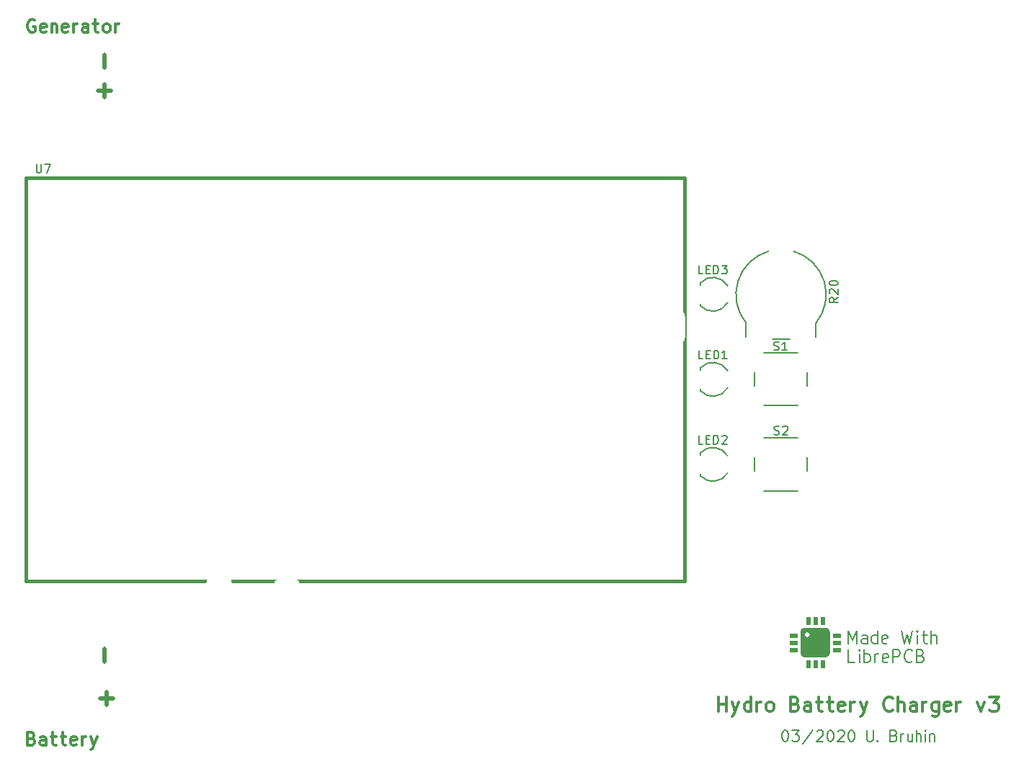
<source format=gto>
G04 --- HEADER BEGIN --- *
%TF.GenerationSoftware,LibrePCB,LibrePCB,0.1.3*%
%TF.CreationDate,2020-03-08T21:05:15*%
%TF.ProjectId,Hydro Battery Charger - default,71762d7e-e7f1-403c-8020-db9670c01e9b,v3*%
%TF.Part,Single*%
%FSLAX66Y66*%
%MOMM*%
G01*
G74*
G04 --- HEADER END --- *
G04 --- APERTURE LIST BEGIN --- *
%ADD10C,0.2*%
%ADD11C,0.0*%
%ADD12C,0.4*%
%ADD13C,0.5*%
%ADD14C,0.3*%
%ADD15C,1.7*%
%ADD16C,2.0*%
%ADD17R,2.39X1.787*%
%ADD18C,2.5*%
%ADD19O,3.2X2.0*%
%ADD20O,3.2X1.7*%
%ADD21O,4.2X3.0*%
%ADD22O,4.2X2.74*%
%ADD23C,4.2*%
%ADD24R,2.0X2.0*%
%ADD25R,1.787X2.39*%
%ADD26O,2.232X4.264*%
%ADD27O,2.0X2.7*%
%ADD28R,2.0X2.7*%
%ADD29O,2.0X3.0*%
%ADD30O,3.0X4.2*%
%ADD31O,2.74X1.7*%
%ADD32O,2.0X3.2*%
%ADD33O,1.7X3.2*%
G04 --- APERTURE LIST END --- *
G04 --- BOARD BEGIN --- *
D10*
X80030000Y51100000D02*
X80030000Y51360000D01*
G75*
G02*
X83220000Y51000000I1461807J-1360238D01*
G01*
X80030000Y48900000D02*
X80030000Y48640000D01*
G03*
X83220000Y49000000I1461807J1360238D01*
G01*
X91500000Y36900000D02*
X87500000Y36900000D01*
X86400000Y39200000D02*
X86400000Y40800000D01*
X92600000Y40800000D02*
X92600000Y39200000D01*
X87500000Y43100000D02*
X91500000Y43100000D01*
D11*
X95619750Y18415000D02*
X96466750Y18415000D01*
X96466750Y17992000D01*
X95619750Y17992000D01*
X95619750Y18415000D01*
G36*
X95619750Y18415000D02*
X96466750Y18415000D01*
X96466750Y17992000D01*
X95619750Y17992000D01*
X95619750Y18415000D01*
G37*
X93292750Y21166000D02*
X93714750Y21166000D01*
X93714750Y22013000D01*
X93292750Y22013000D01*
X93292750Y21166000D01*
G36*
X93292750Y21166000D02*
X93714750Y21166000D01*
X93714750Y22013000D01*
X93292750Y22013000D01*
X93292750Y21166000D01*
G37*
X92445750Y21166000D02*
X92868750Y21166000D01*
X92868750Y22013000D01*
X92445750Y22013000D01*
X92445750Y21166000D01*
G36*
X92445750Y21166000D02*
X92868750Y21166000D01*
X92868750Y22013000D01*
X92445750Y22013000D01*
X92445750Y21166000D01*
G37*
X91387750Y20108000D02*
X90540750Y20108000D01*
X90540750Y19685000D01*
X91387750Y19685000D01*
X91387750Y20108000D01*
G36*
X91387750Y20108000D02*
X90540750Y20108000D01*
X90540750Y19685000D01*
X91387750Y19685000D01*
X91387750Y20108000D01*
G37*
X93292750Y16934000D02*
X93714750Y16934000D01*
X93714750Y16087000D01*
X93292750Y16087000D01*
X93292750Y16934000D01*
G36*
X93292750Y16934000D02*
X93714750Y16934000D01*
X93714750Y16087000D01*
X93292750Y16087000D01*
X93292750Y16934000D01*
G37*
X92233750Y20743000D02*
X94773750Y20743000D01*
G02*
X95196750Y20320000I0J-423000D01*
G01*
X95196750Y17780000D01*
G02*
X94773750Y17357000I-423000J0D01*
G01*
X92233750Y17357000D01*
G02*
X91810750Y17780000I0J423000D01*
G01*
X91810750Y19980000D01*
X92240750Y19980000D01*
G03*
X92573750Y19646600I333200J-200D01*
G01*
G03*
X92907150Y19980000I0J333400D01*
G01*
G03*
X92573750Y20313000I-333200J-200D01*
G01*
G03*
X92240750Y19980000I0J-333000D01*
G01*
X91810750Y19980000D01*
X91810750Y20320000D01*
G02*
X92233750Y20743000I423000J0D01*
G01*
G36*
X92233750Y20743000D02*
X94773750Y20743000D01*
G02*
X95196750Y20320000I0J-423000D01*
G01*
X95196750Y17780000D01*
G02*
X94773750Y17357000I-423000J0D01*
G01*
X92233750Y17357000D01*
G02*
X91810750Y17780000I0J423000D01*
G01*
X91810750Y19980000D01*
X92240750Y19980000D01*
G03*
X92573750Y19646600I333200J-200D01*
G01*
G03*
X92907150Y19980000I0J333400D01*
G01*
G03*
X92573750Y20313000I-333200J-200D01*
G01*
G03*
X92240750Y19980000I0J-333000D01*
G01*
X91810750Y19980000D01*
X91810750Y20320000D01*
G02*
X92233750Y20743000I423000J0D01*
G01*
G37*
X95619750Y20108000D02*
X96466750Y20108000D01*
X96466750Y19685000D01*
X95619750Y19685000D01*
X95619750Y20108000D01*
G36*
X95619750Y20108000D02*
X96466750Y20108000D01*
X96466750Y19685000D01*
X95619750Y19685000D01*
X95619750Y20108000D01*
G37*
X94138750Y21166000D02*
X94561750Y21166000D01*
X94561750Y22013000D01*
X94138750Y22013000D01*
X94138750Y21166000D01*
G36*
X94138750Y21166000D02*
X94561750Y21166000D01*
X94561750Y22013000D01*
X94138750Y22013000D01*
X94138750Y21166000D01*
G37*
X91387750Y19261000D02*
X90540750Y19261000D01*
X90540750Y18839000D01*
X91387750Y18839000D01*
X91387750Y19261000D01*
G36*
X91387750Y19261000D02*
X90540750Y19261000D01*
X90540750Y18839000D01*
X91387750Y18839000D01*
X91387750Y19261000D01*
G37*
X92445750Y16934000D02*
X92868750Y16934000D01*
X92868750Y16087000D01*
X92445750Y16087000D01*
X92445750Y16934000D01*
G36*
X92445750Y16934000D02*
X92868750Y16934000D01*
X92868750Y16087000D01*
X92445750Y16087000D01*
X92445750Y16934000D01*
G37*
X91387750Y18415000D02*
X90540750Y18415000D01*
X90540750Y17992000D01*
X91387750Y17992000D01*
X91387750Y18415000D01*
G36*
X91387750Y18415000D02*
X90540750Y18415000D01*
X90540750Y17992000D01*
X91387750Y17992000D01*
X91387750Y18415000D01*
G37*
X94138750Y16934000D02*
X94561750Y16934000D01*
X94561750Y16087000D01*
X94138750Y16087000D01*
X94138750Y16934000D01*
G36*
X94138750Y16934000D02*
X94561750Y16934000D01*
X94561750Y16087000D01*
X94138750Y16087000D01*
X94138750Y16934000D01*
G37*
X95619750Y19261000D02*
X96466750Y19261000D01*
X96466750Y18839000D01*
X95619750Y18839000D01*
X95619750Y19261000D01*
G36*
X95619750Y19261000D02*
X96466750Y19261000D01*
X96466750Y18839000D01*
X95619750Y18839000D01*
X95619750Y19261000D01*
G37*
D10*
X97416250Y18948750D02*
X97416250Y20448750D01*
X97916250Y19377083D01*
X98416250Y20448750D01*
X98416250Y18948750D01*
X99631250Y18948750D02*
X99631250Y19733750D01*
X99559583Y19877083D01*
X99416250Y19948750D01*
X99131250Y19948750D01*
X98987917Y19877083D01*
X99631250Y19020417D02*
X99487917Y18948750D01*
X99131250Y18948750D01*
X98987917Y19020417D01*
X98916250Y19163750D01*
X98916250Y19305417D01*
X98987917Y19448750D01*
X99131250Y19520417D01*
X99487917Y19520417D01*
X99631250Y19592083D01*
X100846250Y18948750D02*
X100846250Y20448750D01*
X100846250Y19020417D02*
X100702917Y18948750D01*
X100416250Y18948750D01*
X100274583Y19020417D01*
X100202917Y19092083D01*
X100131250Y19233750D01*
X100131250Y19663750D01*
X100202917Y19805417D01*
X100274583Y19877083D01*
X100416250Y19948750D01*
X100702917Y19948750D01*
X100846250Y19877083D01*
X101989583Y19020417D02*
X101846250Y18948750D01*
X101561250Y18948750D01*
X101417917Y19020417D01*
X101346250Y19163750D01*
X101346250Y19733750D01*
X101417917Y19877083D01*
X101561250Y19948750D01*
X101846250Y19948750D01*
X101989583Y19877083D01*
X102061250Y19733750D01*
X102061250Y19592083D01*
X101346250Y19448750D01*
X103661249Y20448750D02*
X104017916Y18948750D01*
X104304582Y20020417D01*
X104589582Y18948750D01*
X104946249Y20448750D01*
X105517916Y18948750D02*
X105517916Y19948750D01*
X105517916Y20448750D02*
X105446249Y20377083D01*
X105517916Y20305417D01*
X105589582Y20377083D01*
X105517916Y20448750D01*
X105517916Y20305417D01*
X106089582Y19948750D02*
X106661249Y19948750D01*
X106304582Y20448750D02*
X106304582Y19163750D01*
X106374582Y19020417D01*
X106517915Y18948750D01*
X106661249Y18948750D01*
X107161249Y18948750D02*
X107161249Y20448750D01*
X107804582Y18948750D02*
X107804582Y19733750D01*
X107732916Y19877083D01*
X107589582Y19948750D01*
X107376249Y19948750D01*
X107232916Y19877083D01*
X107161249Y19805417D01*
X98131250Y16698750D02*
X97416250Y16698750D01*
X97416250Y18198750D01*
X98702917Y16698750D02*
X98702917Y17698750D01*
X98702917Y18198750D02*
X98631250Y18127083D01*
X98702917Y18055417D01*
X98774583Y18127083D01*
X98702917Y18198750D01*
X98702917Y18055417D01*
X99274583Y16698750D02*
X99274583Y18198750D01*
X99274583Y17627083D02*
X99417916Y17698750D01*
X99702916Y17698750D01*
X99846250Y17627083D01*
X99917916Y17555417D01*
X99989583Y17413750D01*
X99989583Y16983750D01*
X99917916Y16842083D01*
X99846250Y16770417D01*
X99702916Y16698750D01*
X99417916Y16698750D01*
X99274583Y16770417D01*
X100489583Y16698750D02*
X100489583Y17698750D01*
X100489583Y17413750D02*
X100561250Y17555417D01*
X100632916Y17627083D01*
X100774583Y17698750D01*
X100917916Y17698750D01*
X102061249Y16770417D02*
X101917916Y16698750D01*
X101632916Y16698750D01*
X101489583Y16770417D01*
X101417916Y16913750D01*
X101417916Y17483750D01*
X101489583Y17627083D01*
X101632916Y17698750D01*
X101917916Y17698750D01*
X102061249Y17627083D01*
X102132916Y17483750D01*
X102132916Y17342083D01*
X101417916Y17198750D01*
X102632916Y16698750D02*
X102632916Y18198750D01*
X103204583Y18198750D01*
X103347916Y18127083D01*
X103417916Y18055417D01*
X103489583Y17913750D01*
X103489583Y17698750D01*
X103417916Y17555417D01*
X103347916Y17483750D01*
X103204583Y17413750D01*
X102632916Y17413750D01*
X104917916Y16842083D02*
X104846250Y16770417D01*
X104632916Y16698750D01*
X104489583Y16698750D01*
X104274583Y16770417D01*
X104132916Y16913750D01*
X104061250Y17055417D01*
X103989583Y17342083D01*
X103989583Y17555417D01*
X104061250Y17842083D01*
X104132916Y17983750D01*
X104274583Y18127083D01*
X104489583Y18198750D01*
X104632916Y18198750D01*
X104846250Y18127083D01*
X104917916Y18055417D01*
X105917916Y17483750D02*
X106132916Y17413750D01*
X106202916Y17342083D01*
X106274583Y17198750D01*
X106274583Y16983750D01*
X106202916Y16842083D01*
X106132916Y16770417D01*
X105989583Y16698750D01*
X105417916Y16698750D01*
X105417916Y18198750D01*
X105917916Y18198750D01*
X106061249Y18127083D01*
X106132916Y18055417D01*
X106202916Y17913750D01*
X106202916Y17770417D01*
X106132916Y17627083D01*
X106061249Y17555417D01*
X105917916Y17483750D01*
X105417916Y17483750D01*
X90500000Y54750000D02*
X88500000Y54750000D01*
X93600000Y55000000D02*
X93600000Y56620000D01*
G03*
X91000000Y65050000I-4089848J3354549D01*
G01*
X85400000Y55000000D02*
X85400000Y56620000D01*
G02*
X88000000Y65050000I4089848J3354549D01*
G01*
X80030000Y61100000D02*
X80030000Y61360000D01*
G02*
X83220000Y61000000I1461807J-1360238D01*
G01*
X80030000Y58900000D02*
X80030000Y58640000D01*
G03*
X83220000Y59000000I1461807J1360238D01*
G01*
D12*
X800000Y26300000D02*
X800000Y73700000D01*
X78200000Y73700000D01*
X78200000Y26300000D01*
X800000Y26300000D01*
D10*
X80030000Y41100000D02*
X80030000Y41360000D01*
G02*
X83220000Y41000000I1461807J-1360238D01*
G01*
X80030000Y38900000D02*
X80030000Y38640000D01*
G03*
X83220000Y39000000I1461807J1360238D01*
G01*
X87500000Y53100000D02*
X91500000Y53100000D01*
X92600000Y50800000D02*
X92600000Y49200000D01*
X86400000Y49200000D02*
X86400000Y50800000D01*
X91500000Y46900000D02*
X87500000Y46900000D01*
D13*
X9525000Y12509722D02*
X11049444Y12509722D01*
X10287222Y11747500D02*
X10287222Y13271944D01*
D14*
X1452500Y7770000D02*
X1667500Y7700000D01*
X1737500Y7628333D01*
X1809167Y7485000D01*
X1809167Y7270000D01*
X1737500Y7128333D01*
X1667500Y7056667D01*
X1524167Y6985000D01*
X952500Y6985000D01*
X952500Y8485000D01*
X1452500Y8485000D01*
X1595833Y8413333D01*
X1667500Y8341667D01*
X1737500Y8200000D01*
X1737500Y8056667D01*
X1667500Y7913333D01*
X1595833Y7841667D01*
X1452500Y7770000D01*
X952500Y7770000D01*
X3124167Y6985000D02*
X3124167Y7770000D01*
X3052500Y7913333D01*
X2909167Y7985000D01*
X2624167Y7985000D01*
X2480834Y7913333D01*
X3124167Y7056667D02*
X2980834Y6985000D01*
X2624167Y6985000D01*
X2480834Y7056667D01*
X2409167Y7200000D01*
X2409167Y7341667D01*
X2480834Y7485000D01*
X2624167Y7556667D01*
X2980834Y7556667D01*
X3124167Y7628333D01*
X3724167Y7985000D02*
X4295834Y7985000D01*
X3939167Y8485000D02*
X3939167Y7200000D01*
X4009167Y7056667D01*
X4152500Y6985000D01*
X4295834Y6985000D01*
X4895834Y7985000D02*
X5467501Y7985000D01*
X5110834Y8485000D02*
X5110834Y7200000D01*
X5180834Y7056667D01*
X5324167Y6985000D01*
X5467501Y6985000D01*
X6710834Y7056667D02*
X6567501Y6985000D01*
X6282501Y6985000D01*
X6139168Y7056667D01*
X6067501Y7200000D01*
X6067501Y7770000D01*
X6139168Y7913333D01*
X6282501Y7985000D01*
X6567501Y7985000D01*
X6710834Y7913333D01*
X6782501Y7770000D01*
X6782501Y7628333D01*
X6067501Y7485000D01*
X7382501Y6985000D02*
X7382501Y7985000D01*
X7382501Y7700000D02*
X7454168Y7841667D01*
X7525834Y7913333D01*
X7667501Y7985000D01*
X7810834Y7985000D01*
X8410834Y7985000D02*
X8767501Y6985000D01*
X9125834Y7985000D02*
X8767501Y6985000D01*
X8625834Y6628333D01*
X8554167Y6556667D01*
X8410834Y6485000D01*
X1809167Y92233333D02*
X1667500Y92305000D01*
X1452500Y92305000D01*
X1237500Y92233333D01*
X1095833Y92090000D01*
X1024167Y91948333D01*
X952500Y91661667D01*
X952500Y91448333D01*
X1024167Y91161667D01*
X1095833Y91020000D01*
X1237500Y90876667D01*
X1452500Y90805000D01*
X1595833Y90805000D01*
X1809167Y90876667D01*
X1880833Y90948333D01*
X1880833Y91448333D01*
X1595833Y91448333D01*
X3124166Y90876667D02*
X2980833Y90805000D01*
X2695833Y90805000D01*
X2552500Y90876667D01*
X2480833Y91020000D01*
X2480833Y91590000D01*
X2552500Y91733333D01*
X2695833Y91805000D01*
X2980833Y91805000D01*
X3124166Y91733333D01*
X3195833Y91590000D01*
X3195833Y91448333D01*
X2480833Y91305000D01*
X3795833Y91805000D02*
X3795833Y90805000D01*
X3795833Y91661667D02*
X3867500Y91733333D01*
X4010833Y91805000D01*
X4224166Y91805000D01*
X4367500Y91733333D01*
X4439166Y91590000D01*
X4439166Y90805000D01*
X5682499Y90876667D02*
X5539166Y90805000D01*
X5254166Y90805000D01*
X5110833Y90876667D01*
X5039166Y91020000D01*
X5039166Y91590000D01*
X5110833Y91733333D01*
X5254166Y91805000D01*
X5539166Y91805000D01*
X5682499Y91733333D01*
X5754166Y91590000D01*
X5754166Y91448333D01*
X5039166Y91305000D01*
X6354166Y90805000D02*
X6354166Y91805000D01*
X6354166Y91520000D02*
X6425833Y91661667D01*
X6497499Y91733333D01*
X6639166Y91805000D01*
X6782499Y91805000D01*
X8097499Y90805000D02*
X8097499Y91590000D01*
X8025832Y91733333D01*
X7882499Y91805000D01*
X7597499Y91805000D01*
X7454166Y91733333D01*
X8097499Y90876667D02*
X7954166Y90805000D01*
X7597499Y90805000D01*
X7454166Y90876667D01*
X7382499Y91020000D01*
X7382499Y91161667D01*
X7454166Y91305000D01*
X7597499Y91376667D01*
X7954166Y91376667D01*
X8097499Y91448333D01*
X8697499Y91805000D02*
X9269166Y91805000D01*
X8912499Y92305000D02*
X8912499Y91020000D01*
X8982499Y90876667D01*
X9125832Y90805000D01*
X9269166Y90805000D01*
X10154166Y90805000D02*
X10012499Y90876667D01*
X9940833Y90948333D01*
X9869166Y91090000D01*
X9869166Y91520000D01*
X9940833Y91661667D01*
X10012499Y91733333D01*
X10154166Y91805000D01*
X10369166Y91805000D01*
X10512499Y91733333D01*
X10584166Y91661667D01*
X10654166Y91520000D01*
X10654166Y91090000D01*
X10584166Y90948333D01*
X10512499Y90876667D01*
X10369166Y90805000D01*
X10154166Y90805000D01*
X11254166Y90805000D02*
X11254166Y91805000D01*
X11254166Y91520000D02*
X11325833Y91661667D01*
X11397499Y91733333D01*
X11539166Y91805000D01*
X11682499Y91805000D01*
D13*
X10032778Y16827500D02*
X10032778Y18351944D01*
D14*
X82106087Y10953750D02*
X82106087Y12653750D01*
X82106087Y11843417D02*
X83076976Y11843417D01*
X83076976Y10953750D02*
X83076976Y12653750D01*
X83716976Y12087083D02*
X84121198Y10953750D01*
X84527309Y12087083D02*
X84121198Y10953750D01*
X83960643Y10549528D01*
X83879420Y10468306D01*
X83716976Y10387083D01*
X85977642Y10953750D02*
X85977642Y12653750D01*
X85977642Y11034972D02*
X85815198Y10953750D01*
X85490309Y10953750D01*
X85329753Y11034972D01*
X85248531Y11116194D01*
X85167309Y11276750D01*
X85167309Y11764083D01*
X85248531Y11924639D01*
X85329753Y12005861D01*
X85490309Y12087083D01*
X85815198Y12087083D01*
X85977642Y12005861D01*
X86617642Y10953750D02*
X86617642Y12087083D01*
X86617642Y11764083D02*
X86698864Y11924639D01*
X86780086Y12005861D01*
X86940642Y12087083D01*
X87103086Y12087083D01*
X88066086Y10953750D02*
X87905530Y11034972D01*
X87824308Y11116194D01*
X87743086Y11276750D01*
X87743086Y11764083D01*
X87824308Y11924639D01*
X87905530Y12005861D01*
X88066086Y12087083D01*
X88309753Y12087083D01*
X88472197Y12005861D01*
X88553419Y11924639D01*
X88632753Y11764083D01*
X88632753Y11276750D01*
X88553419Y11116194D01*
X88472197Y11034972D01*
X88309753Y10953750D01*
X88066086Y10953750D01*
X91159419Y11843417D02*
X91403085Y11764083D01*
X91482419Y11682861D01*
X91563641Y11520417D01*
X91563641Y11276750D01*
X91482419Y11116194D01*
X91403085Y11034972D01*
X91240641Y10953750D01*
X90592752Y10953750D01*
X90592752Y12653750D01*
X91159419Y12653750D01*
X91321863Y12572528D01*
X91403085Y12491306D01*
X91482419Y12330750D01*
X91482419Y12168306D01*
X91403085Y12005861D01*
X91321863Y11924639D01*
X91159419Y11843417D01*
X90592752Y11843417D01*
X93013974Y10953750D02*
X93013974Y11843417D01*
X92932752Y12005861D01*
X92770308Y12087083D01*
X92447308Y12087083D01*
X92284863Y12005861D01*
X93013974Y11034972D02*
X92851530Y10953750D01*
X92447308Y10953750D01*
X92284863Y11034972D01*
X92203641Y11197417D01*
X92203641Y11357972D01*
X92284863Y11520417D01*
X92447308Y11601639D01*
X92851530Y11601639D01*
X93013974Y11682861D01*
X93653974Y12087083D02*
X94301863Y12087083D01*
X93897641Y12653750D02*
X93897641Y11197417D01*
X93976974Y11034972D01*
X94139418Y10953750D01*
X94301863Y10953750D01*
X94941863Y12087083D02*
X95589752Y12087083D01*
X95185530Y12653750D02*
X95185530Y11197417D01*
X95264863Y11034972D01*
X95427307Y10953750D01*
X95589752Y10953750D01*
X96958863Y11034972D02*
X96796419Y10953750D01*
X96473419Y10953750D01*
X96310974Y11034972D01*
X96229752Y11197417D01*
X96229752Y11843417D01*
X96310974Y12005861D01*
X96473419Y12087083D01*
X96796419Y12087083D01*
X96958863Y12005861D01*
X97040085Y11843417D01*
X97040085Y11682861D01*
X96229752Y11520417D01*
X97680085Y10953750D02*
X97680085Y12087083D01*
X97680085Y11764083D02*
X97761307Y11924639D01*
X97842529Y12005861D01*
X98003085Y12087083D01*
X98165529Y12087083D01*
X98805529Y12087083D02*
X99209751Y10953750D01*
X99615862Y12087083D02*
X99209751Y10953750D01*
X99049196Y10549528D01*
X98967973Y10468306D01*
X98805529Y10387083D01*
X102627972Y11116194D02*
X102546750Y11034972D01*
X102304972Y10953750D01*
X102142528Y10953750D01*
X101898861Y11034972D01*
X101738305Y11197417D01*
X101657083Y11357972D01*
X101575861Y11682861D01*
X101575861Y11924639D01*
X101657083Y12249528D01*
X101738305Y12410083D01*
X101898861Y12572528D01*
X102142528Y12653750D01*
X102304972Y12653750D01*
X102546750Y12572528D01*
X102627972Y12491306D01*
X103267972Y10953750D02*
X103267972Y12653750D01*
X103997083Y10953750D02*
X103997083Y11843417D01*
X103915861Y12005861D01*
X103753416Y12087083D01*
X103511639Y12087083D01*
X103349194Y12005861D01*
X103267972Y11924639D01*
X105447416Y10953750D02*
X105447416Y11843417D01*
X105366194Y12005861D01*
X105203750Y12087083D01*
X104880750Y12087083D01*
X104718305Y12005861D01*
X105447416Y11034972D02*
X105284972Y10953750D01*
X104880750Y10953750D01*
X104718305Y11034972D01*
X104637083Y11197417D01*
X104637083Y11357972D01*
X104718305Y11520417D01*
X104880750Y11601639D01*
X105284972Y11601639D01*
X105447416Y11682861D01*
X106087416Y10953750D02*
X106087416Y12087083D01*
X106087416Y11764083D02*
X106168638Y11924639D01*
X106249860Y12005861D01*
X106410416Y12087083D01*
X106572860Y12087083D01*
X108023193Y12087083D02*
X108023193Y10710083D01*
X107941971Y10549528D01*
X107860749Y10468306D01*
X107698304Y10387083D01*
X107456527Y10387083D01*
X107294082Y10468306D01*
X108023193Y11034972D02*
X107860749Y10953750D01*
X107535860Y10953750D01*
X107375304Y11034972D01*
X107294082Y11116194D01*
X107212860Y11276750D01*
X107212860Y11764083D01*
X107294082Y11924639D01*
X107375304Y12005861D01*
X107535860Y12087083D01*
X107860749Y12087083D01*
X108023193Y12005861D01*
X109392304Y11034972D02*
X109229860Y10953750D01*
X108906860Y10953750D01*
X108744415Y11034972D01*
X108663193Y11197417D01*
X108663193Y11843417D01*
X108744415Y12005861D01*
X108906860Y12087083D01*
X109229860Y12087083D01*
X109392304Y12005861D01*
X109473526Y11843417D01*
X109473526Y11682861D01*
X108663193Y11520417D01*
X110113526Y10953750D02*
X110113526Y12087083D01*
X110113526Y11764083D02*
X110194748Y11924639D01*
X110275970Y12005861D01*
X110436526Y12087083D01*
X110598970Y12087083D01*
X112558969Y12087083D02*
X112963191Y10953750D01*
X113369302Y12087083D01*
X114009302Y12653750D02*
X115061413Y12653750D01*
X114494746Y12005861D01*
X114738413Y12005861D01*
X114898969Y11924639D01*
X114980191Y11843417D01*
X115061413Y11682861D01*
X115061413Y11276750D01*
X114980191Y11116194D01*
X114898969Y11034972D01*
X114738413Y10953750D01*
X114252969Y10953750D01*
X114090524Y11034972D01*
X114009302Y11116194D01*
D13*
X9207500Y83947222D02*
X10731944Y83947222D01*
X9969722Y83185000D02*
X9969722Y84709444D01*
D10*
X89926918Y8731250D02*
X90051140Y8731250D01*
X90175363Y8669139D01*
X90237474Y8607028D01*
X90298140Y8484250D01*
X90360251Y8235806D01*
X90360251Y7926694D01*
X90298140Y7678250D01*
X90237474Y7555472D01*
X90175363Y7493361D01*
X90051140Y7431250D01*
X89926918Y7431250D01*
X89804140Y7493361D01*
X89742029Y7555472D01*
X89679918Y7678250D01*
X89617807Y7926694D01*
X89617807Y8235806D01*
X89679918Y8484250D01*
X89742029Y8607028D01*
X89804140Y8669139D01*
X89926918Y8731250D01*
X90820251Y8731250D02*
X91624807Y8731250D01*
X91191473Y8235806D01*
X91377807Y8235806D01*
X91500584Y8173694D01*
X91562695Y8111583D01*
X91624807Y7988806D01*
X91624807Y7678250D01*
X91562695Y7555472D01*
X91500584Y7493361D01*
X91377807Y7431250D01*
X91006584Y7431250D01*
X90882362Y7493361D01*
X90820251Y7555472D01*
X93198474Y8793361D02*
X92084807Y7122139D01*
X93720585Y8607028D02*
X93782696Y8669139D01*
X93905474Y8731250D01*
X94216030Y8731250D01*
X94338807Y8669139D01*
X94400918Y8607028D01*
X94463030Y8484250D01*
X94463030Y8360028D01*
X94400918Y8173694D01*
X93658474Y7431250D01*
X94463030Y7431250D01*
X95232141Y8731250D02*
X95356363Y8731250D01*
X95480586Y8669139D01*
X95542697Y8607028D01*
X95603363Y8484250D01*
X95665474Y8235806D01*
X95665474Y7926694D01*
X95603363Y7678250D01*
X95542697Y7555472D01*
X95480586Y7493361D01*
X95356363Y7431250D01*
X95232141Y7431250D01*
X95109363Y7493361D01*
X95047252Y7555472D01*
X94985141Y7678250D01*
X94923030Y7926694D01*
X94923030Y8235806D01*
X94985141Y8484250D01*
X95047252Y8607028D01*
X95109363Y8669139D01*
X95232141Y8731250D01*
X96187585Y8607028D02*
X96249696Y8669139D01*
X96372474Y8731250D01*
X96683030Y8731250D01*
X96805807Y8669139D01*
X96867918Y8607028D01*
X96930030Y8484250D01*
X96930030Y8360028D01*
X96867918Y8173694D01*
X96125474Y7431250D01*
X96930030Y7431250D01*
X97699141Y8731250D02*
X97823363Y8731250D01*
X97947586Y8669139D01*
X98009697Y8607028D01*
X98070363Y8484250D01*
X98132474Y8235806D01*
X98132474Y7926694D01*
X98070363Y7678250D01*
X98009697Y7555472D01*
X97947586Y7493361D01*
X97823363Y7431250D01*
X97699141Y7431250D01*
X97576363Y7493361D01*
X97514252Y7555472D01*
X97452141Y7678250D01*
X97390030Y7926694D01*
X97390030Y8235806D01*
X97452141Y8484250D01*
X97514252Y8607028D01*
X97576363Y8669139D01*
X97699141Y8731250D01*
X99572473Y8731250D02*
X99572473Y7678250D01*
X99634584Y7555472D01*
X99696695Y7493361D01*
X99819473Y7431250D01*
X100067917Y7431250D01*
X100192140Y7493361D01*
X100252806Y7555472D01*
X100314917Y7678250D01*
X100314917Y8731250D01*
X100837028Y7555472D02*
X100899139Y7493361D01*
X100837028Y7431250D01*
X100774917Y7493361D01*
X100837028Y7555472D01*
X100837028Y7431250D01*
X102772471Y8111583D02*
X102958805Y8050917D01*
X103019471Y7988806D01*
X103081582Y7864583D01*
X103081582Y7678250D01*
X103019471Y7555472D01*
X102958805Y7493361D01*
X102834582Y7431250D01*
X102339138Y7431250D01*
X102339138Y8731250D01*
X102772471Y8731250D01*
X102896694Y8669139D01*
X102958805Y8607028D01*
X103019471Y8484250D01*
X103019471Y8360028D01*
X102958805Y8235806D01*
X102896694Y8173694D01*
X102772471Y8111583D01*
X102339138Y8111583D01*
X103541582Y7431250D02*
X103541582Y8297917D01*
X103541582Y8050917D02*
X103603693Y8173694D01*
X103665804Y8235806D01*
X103788582Y8297917D01*
X103912804Y8297917D01*
X104930360Y8297917D02*
X104930360Y7431250D01*
X104372804Y8297917D02*
X104372804Y7617583D01*
X104434915Y7493361D01*
X104559137Y7431250D01*
X104744026Y7431250D01*
X104868248Y7493361D01*
X104930360Y7555472D01*
X105390360Y7431250D02*
X105390360Y8731250D01*
X105947916Y7431250D02*
X105947916Y8111583D01*
X105885804Y8235806D01*
X105761582Y8297917D01*
X105576693Y8297917D01*
X105452471Y8235806D01*
X105390360Y8173694D01*
X106470027Y7431250D02*
X106470027Y8297917D01*
X106470027Y8731250D02*
X106407916Y8669139D01*
X106470027Y8607028D01*
X106532138Y8669139D01*
X106470027Y8731250D01*
X106470027Y8607028D01*
X106992138Y8297917D02*
X106992138Y7431250D01*
X106992138Y8173694D02*
X107054249Y8235806D01*
X107178471Y8297917D01*
X107363360Y8297917D01*
X107487582Y8235806D01*
X107549694Y8111583D01*
X107549694Y7431250D01*
D13*
X10032778Y86677500D02*
X10032778Y88201944D01*
D10*
X80321389Y52401250D02*
X79844722Y52401250D01*
X79844722Y53401250D01*
X80721389Y52924583D02*
X81054722Y52924583D01*
X81198056Y52401250D02*
X80721389Y52401250D01*
X80721389Y53401250D01*
X81198056Y53401250D01*
X81598056Y52401250D02*
X81598056Y53401250D01*
X81835834Y53401250D01*
X81979167Y53353472D01*
X82074723Y53257917D01*
X82121389Y53163472D01*
X82169167Y52972361D01*
X82169167Y52830139D01*
X82121389Y52639028D01*
X82074723Y52544583D01*
X81979167Y52449028D01*
X81835834Y52401250D01*
X81598056Y52401250D01*
X83140278Y52401250D02*
X82569167Y52401250D01*
X82854723Y52401250D02*
X82854723Y53401250D01*
X82759167Y53257917D01*
X82664723Y53163472D01*
X82569167Y53115694D01*
X88705000Y43540278D02*
X88848333Y43492500D01*
X89086111Y43492500D01*
X89181667Y43540278D01*
X89228333Y43588056D01*
X89276111Y43682500D01*
X89276111Y43778056D01*
X89228333Y43873611D01*
X89181667Y43921389D01*
X89086111Y43969167D01*
X88895000Y44015833D01*
X88800556Y44063611D01*
X88752778Y44111389D01*
X88705000Y44206944D01*
X88705000Y44302500D01*
X88752778Y44396944D01*
X88800556Y44444722D01*
X88895000Y44492500D01*
X89133889Y44492500D01*
X89276111Y44444722D01*
X89723889Y44396944D02*
X89771667Y44444722D01*
X89866111Y44492500D01*
X90105000Y44492500D01*
X90199444Y44444722D01*
X90247222Y44396944D01*
X90295000Y44302500D01*
X90295000Y44206944D01*
X90247222Y44063611D01*
X89676111Y43492500D01*
X90295000Y43492500D01*
X96167500Y59618611D02*
X95690833Y59285278D01*
X96167500Y59047500D02*
X95167500Y59047500D01*
X95167500Y59428611D01*
X95215278Y59524167D01*
X95263056Y59570833D01*
X95357500Y59618611D01*
X95500833Y59618611D01*
X95596389Y59570833D01*
X95644167Y59524167D01*
X95690833Y59428611D01*
X95690833Y59047500D01*
X95263056Y60066389D02*
X95215278Y60114167D01*
X95167500Y60208611D01*
X95167500Y60447500D01*
X95215278Y60541944D01*
X95263056Y60589722D01*
X95357500Y60637500D01*
X95453056Y60637500D01*
X95596389Y60589722D01*
X96167500Y60018611D01*
X96167500Y60637500D01*
X95167500Y61275278D02*
X95167500Y61370833D01*
X95215278Y61466389D01*
X95263056Y61514167D01*
X95357500Y61560833D01*
X95548611Y61608611D01*
X95786389Y61608611D01*
X95977500Y61560833D01*
X96071944Y61514167D01*
X96119722Y61466389D01*
X96167500Y61370833D01*
X96167500Y61275278D01*
X96119722Y61180833D01*
X96071944Y61133056D01*
X95977500Y61085278D01*
X95786389Y61037500D01*
X95548611Y61037500D01*
X95357500Y61085278D01*
X95263056Y61133056D01*
X95215278Y61180833D01*
X95167500Y61275278D01*
X80298750Y62402500D02*
X79822083Y62402500D01*
X79822083Y63402500D01*
X80698750Y62925833D02*
X81032083Y62925833D01*
X81175417Y62402500D02*
X80698750Y62402500D01*
X80698750Y63402500D01*
X81175417Y63402500D01*
X81575417Y62402500D02*
X81575417Y63402500D01*
X81813195Y63402500D01*
X81956528Y63354722D01*
X82052084Y63259167D01*
X82098750Y63164722D01*
X82146528Y62973611D01*
X82146528Y62831389D01*
X82098750Y62640278D01*
X82052084Y62545833D01*
X81956528Y62450278D01*
X81813195Y62402500D01*
X81575417Y62402500D01*
X82546528Y63402500D02*
X83165417Y63402500D01*
X82832084Y63021389D01*
X82975417Y63021389D01*
X83069861Y62973611D01*
X83117639Y62925833D01*
X83165417Y62831389D01*
X83165417Y62592500D01*
X83117639Y62498056D01*
X83069861Y62450278D01*
X82975417Y62402500D01*
X82689861Y62402500D01*
X82594306Y62450278D01*
X82546528Y62498056D01*
X2009861Y75288750D02*
X2009861Y74478750D01*
X2057639Y74384306D01*
X2105417Y74336528D01*
X2199861Y74288750D01*
X2390972Y74288750D01*
X2486528Y74336528D01*
X2533194Y74384306D01*
X2580972Y74478750D01*
X2580972Y75288750D01*
X2980972Y75288750D02*
X3647639Y75288750D01*
X3218750Y74288750D01*
X80296250Y42400000D02*
X79819583Y42400000D01*
X79819583Y43400000D01*
X80696250Y42923333D02*
X81029583Y42923333D01*
X81172917Y42400000D02*
X80696250Y42400000D01*
X80696250Y43400000D01*
X81172917Y43400000D01*
X81572917Y42400000D02*
X81572917Y43400000D01*
X81810695Y43400000D01*
X81954028Y43352222D01*
X82049584Y43256667D01*
X82096250Y43162222D01*
X82144028Y42971111D01*
X82144028Y42828889D01*
X82096250Y42637778D01*
X82049584Y42543333D01*
X81954028Y42447778D01*
X81810695Y42400000D01*
X81572917Y42400000D01*
X82591806Y43304444D02*
X82639584Y43352222D01*
X82734028Y43400000D01*
X82972917Y43400000D01*
X83067361Y43352222D01*
X83115139Y43304444D01*
X83162917Y43210000D01*
X83162917Y43114444D01*
X83115139Y42971111D01*
X82544028Y42400000D01*
X83162917Y42400000D01*
X88658889Y53464028D02*
X88802222Y53416250D01*
X89040000Y53416250D01*
X89135556Y53464028D01*
X89182222Y53511806D01*
X89230000Y53606250D01*
X89230000Y53701806D01*
X89182222Y53797361D01*
X89135556Y53845139D01*
X89040000Y53892917D01*
X88848889Y53939583D01*
X88754445Y53987361D01*
X88706667Y54035139D01*
X88658889Y54130694D01*
X88658889Y54226250D01*
X88706667Y54320694D01*
X88754445Y54368472D01*
X88848889Y54416250D01*
X89087778Y54416250D01*
X89230000Y54368472D01*
X90201111Y53416250D02*
X89630000Y53416250D01*
X89915556Y53416250D02*
X89915556Y54416250D01*
X89820000Y54272917D01*
X89725556Y54178472D01*
X89630000Y54130694D01*
%LPC*%
D15*
X80230000Y50000000D03*
X82770000Y50000000D03*
D16*
X92750000Y37755000D03*
X86250000Y42245000D03*
X92750000Y42245000D03*
X86250000Y37755000D03*
D17*
X40481250Y56515000D03*
D18*
X89500000Y65000000D03*
X92000000Y55000000D03*
X87000000Y55000000D03*
D19*
X14605000Y12697500D03*
X14605000Y6847500D03*
X14605000Y29347500D03*
X14605000Y23497500D03*
D20*
X31432500Y20637500D03*
X31432500Y23177500D03*
X31432500Y25717500D03*
D21*
X14922500Y90328750D03*
X30162500Y90328750D03*
D17*
X67627500Y56197500D03*
D15*
X80230000Y60000000D03*
X82770000Y60000000D03*
D17*
X37306250Y56515000D03*
D22*
X7000000Y76920000D03*
X7000000Y82000000D03*
X7000000Y87080000D03*
D17*
X56038750Y24130000D03*
X20320000Y24447500D03*
D23*
X44450000Y10240000D03*
X44450000Y20240000D03*
D16*
X8030000Y51276250D03*
X10570000Y56356250D03*
X8030000Y58896250D03*
X8030000Y41116250D03*
X10570000Y53816250D03*
X10570000Y46196250D03*
X8030000Y46196250D03*
X8030000Y48736250D03*
X8030000Y53816250D03*
X10570000Y48736250D03*
X10570000Y38576250D03*
X10570000Y43656250D03*
X10570000Y51276250D03*
D24*
X10570000Y61436250D03*
D16*
X8030000Y61436250D03*
X8030000Y38576250D03*
X10570000Y58896250D03*
X10570000Y41116250D03*
X8030000Y43656250D03*
X8030000Y56356250D03*
D25*
X53657500Y55245000D03*
X14922500Y93345000D03*
D26*
X77152500Y56197500D03*
X72072500Y56197500D03*
D27*
X21160000Y71000000D03*
X31320000Y71000000D03*
X33860000Y71000000D03*
X16080000Y71000000D03*
X36400000Y71000000D03*
X44020000Y71000000D03*
X46560000Y71000000D03*
X28780000Y71000000D03*
X18620000Y71000000D03*
X23700000Y71000000D03*
X13540000Y71000000D03*
X38940000Y71000000D03*
X49100000Y71000000D03*
X41480000Y71000000D03*
D28*
X11000000Y71000000D03*
D27*
X26240000Y71000000D03*
D29*
X39907500Y63817500D03*
X67407500Y63817500D03*
D23*
X46037500Y89772500D03*
X46037500Y79772500D03*
D15*
X80230000Y40000000D03*
X82770000Y40000000D03*
D30*
X23495000Y10160000D03*
X23495000Y25400000D03*
D23*
X68580000Y89772500D03*
X68580000Y79772500D03*
D17*
X29368750Y87312500D03*
D31*
X67627500Y52720000D03*
X67627500Y38720000D03*
D32*
X27942500Y82073750D03*
X33792500Y82073750D03*
X11292500Y82073750D03*
X17142500Y82073750D03*
D18*
X19685000Y57230000D03*
X22185000Y67230000D03*
X17185000Y67230000D03*
D33*
X63182500Y56197500D03*
X60642500Y56197500D03*
X58102500Y56197500D03*
D23*
X66992500Y10240000D03*
X66992500Y20240000D03*
D22*
X7000000Y17540000D03*
X7000000Y12460000D03*
D17*
X34290000Y65405000D03*
D16*
X86250000Y52245000D03*
X92750000Y47755000D03*
X86250000Y47755000D03*
X92750000Y52245000D03*
D29*
X38320000Y32385000D03*
X65820000Y32385000D03*
D11*
X0Y100000000D02*
X120000000Y100000000D01*
X120000000Y96000000D01*
X0Y96000000D01*
X0Y100000000D01*
G36*
X0Y100000000D02*
X120000000Y100000000D01*
X120000000Y96000000D01*
X0Y96000000D01*
X0Y100000000D01*
G37*
X0Y0D02*
X120000000Y0D01*
X120000000Y4000000D01*
X0Y4000000D01*
X0Y0D01*
G36*
X0Y0D02*
X120000000Y0D01*
X120000000Y4000000D01*
X0Y4000000D01*
X0Y0D01*
G37*
G04 --- BOARD END --- *
%TF.MD5,200611cb8f011a591628cb7fe01ad49d*%
M02*

</source>
